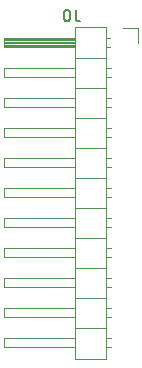
<source format=gbr>
%TF.GenerationSoftware,KiCad,Pcbnew,5.1.7-a382d34a8~87~ubuntu18.04.1*%
%TF.CreationDate,2020-11-02T19:01:26+01:00*%
%TF.ProjectId,controlled_generator_schematics,636f6e74-726f-46c6-9c65-645f67656e65,rev?*%
%TF.SameCoordinates,Original*%
%TF.FileFunction,Legend,Bot*%
%TF.FilePolarity,Positive*%
%FSLAX46Y46*%
G04 Gerber Fmt 4.6, Leading zero omitted, Abs format (unit mm)*
G04 Created by KiCad (PCBNEW 5.1.7-a382d34a8~87~ubuntu18.04.1) date 2020-11-02 19:01:26*
%MOMM*%
%LPD*%
G01*
G04 APERTURE LIST*
%ADD10C,0.120000*%
%ADD11C,0.150000*%
G04 APERTURE END LIST*
D10*
%TO.C,J0*%
X276395001Y-337775001D02*
X275125001Y-337775001D01*
X276395001Y-339045001D02*
X276395001Y-337775001D01*
X274082072Y-364825001D02*
X273685001Y-364825001D01*
X274082072Y-364065001D02*
X273685001Y-364065001D01*
X265025001Y-364825001D02*
X271025001Y-364825001D01*
X265025001Y-364065001D02*
X265025001Y-364825001D01*
X271025001Y-364065001D02*
X265025001Y-364065001D01*
X273685001Y-363175001D02*
X271025001Y-363175001D01*
X274082072Y-362285001D02*
X273685001Y-362285001D01*
X274082072Y-361525001D02*
X273685001Y-361525001D01*
X265025001Y-362285001D02*
X271025001Y-362285001D01*
X265025001Y-361525001D02*
X265025001Y-362285001D01*
X271025001Y-361525001D02*
X265025001Y-361525001D01*
X273685001Y-360635001D02*
X271025001Y-360635001D01*
X274082072Y-359745001D02*
X273685001Y-359745001D01*
X274082072Y-358985001D02*
X273685001Y-358985001D01*
X265025001Y-359745001D02*
X271025001Y-359745001D01*
X265025001Y-358985001D02*
X265025001Y-359745001D01*
X271025001Y-358985001D02*
X265025001Y-358985001D01*
X273685001Y-358095001D02*
X271025001Y-358095001D01*
X274082072Y-357205001D02*
X273685001Y-357205001D01*
X274082072Y-356445001D02*
X273685001Y-356445001D01*
X265025001Y-357205001D02*
X271025001Y-357205001D01*
X265025001Y-356445001D02*
X265025001Y-357205001D01*
X271025001Y-356445001D02*
X265025001Y-356445001D01*
X273685001Y-355555001D02*
X271025001Y-355555001D01*
X274082072Y-354665001D02*
X273685001Y-354665001D01*
X274082072Y-353905001D02*
X273685001Y-353905001D01*
X265025001Y-354665001D02*
X271025001Y-354665001D01*
X265025001Y-353905001D02*
X265025001Y-354665001D01*
X271025001Y-353905001D02*
X265025001Y-353905001D01*
X273685001Y-353015001D02*
X271025001Y-353015001D01*
X274082072Y-352125001D02*
X273685001Y-352125001D01*
X274082072Y-351365001D02*
X273685001Y-351365001D01*
X265025001Y-352125001D02*
X271025001Y-352125001D01*
X265025001Y-351365001D02*
X265025001Y-352125001D01*
X271025001Y-351365001D02*
X265025001Y-351365001D01*
X273685001Y-350475001D02*
X271025001Y-350475001D01*
X274082072Y-349585001D02*
X273685001Y-349585001D01*
X274082072Y-348825001D02*
X273685001Y-348825001D01*
X265025001Y-349585001D02*
X271025001Y-349585001D01*
X265025001Y-348825001D02*
X265025001Y-349585001D01*
X271025001Y-348825001D02*
X265025001Y-348825001D01*
X273685001Y-347935001D02*
X271025001Y-347935001D01*
X274082072Y-347045001D02*
X273685001Y-347045001D01*
X274082072Y-346285001D02*
X273685001Y-346285001D01*
X265025001Y-347045001D02*
X271025001Y-347045001D01*
X265025001Y-346285001D02*
X265025001Y-347045001D01*
X271025001Y-346285001D02*
X265025001Y-346285001D01*
X273685001Y-345395001D02*
X271025001Y-345395001D01*
X274082072Y-344505001D02*
X273685001Y-344505001D01*
X274082072Y-343745001D02*
X273685001Y-343745001D01*
X265025001Y-344505001D02*
X271025001Y-344505001D01*
X265025001Y-343745001D02*
X265025001Y-344505001D01*
X271025001Y-343745001D02*
X265025001Y-343745001D01*
X273685001Y-342855001D02*
X271025001Y-342855001D01*
X274082072Y-341965001D02*
X273685001Y-341965001D01*
X274082072Y-341205001D02*
X273685001Y-341205001D01*
X265025001Y-341965001D02*
X271025001Y-341965001D01*
X265025001Y-341205001D02*
X265025001Y-341965001D01*
X271025001Y-341205001D02*
X265025001Y-341205001D01*
X273685001Y-340315001D02*
X271025001Y-340315001D01*
X274015001Y-339425001D02*
X273685001Y-339425001D01*
X274015001Y-338665001D02*
X273685001Y-338665001D01*
X271025001Y-339325001D02*
X265025001Y-339325001D01*
X271025001Y-339205001D02*
X265025001Y-339205001D01*
X271025001Y-339085001D02*
X265025001Y-339085001D01*
X271025001Y-338965001D02*
X265025001Y-338965001D01*
X271025001Y-338845001D02*
X265025001Y-338845001D01*
X271025001Y-338725001D02*
X265025001Y-338725001D01*
X265025001Y-339425001D02*
X271025001Y-339425001D01*
X265025001Y-338665001D02*
X265025001Y-339425001D01*
X271025001Y-338665001D02*
X265025001Y-338665001D01*
X271025001Y-337715001D02*
X273685001Y-337715001D01*
X271025001Y-365775001D02*
X271025001Y-337715001D01*
X273685001Y-365775001D02*
X271025001Y-365775001D01*
X273685001Y-337715001D02*
X273685001Y-365775001D01*
D11*
X271073334Y-336227381D02*
X271073334Y-336941667D01*
X271120953Y-337084524D01*
X271216191Y-337179762D01*
X271359048Y-337227381D01*
X271454286Y-337227381D01*
X270406667Y-336227381D02*
X270311429Y-336227381D01*
X270216191Y-336275001D01*
X270168572Y-336322620D01*
X270120953Y-336417858D01*
X270073334Y-336608334D01*
X270073334Y-336846429D01*
X270120953Y-337036905D01*
X270168572Y-337132143D01*
X270216191Y-337179762D01*
X270311429Y-337227381D01*
X270406667Y-337227381D01*
X270501905Y-337179762D01*
X270549524Y-337132143D01*
X270597143Y-337036905D01*
X270644762Y-336846429D01*
X270644762Y-336608334D01*
X270597143Y-336417858D01*
X270549524Y-336322620D01*
X270501905Y-336275001D01*
X270406667Y-336227381D01*
%TD*%
M02*

</source>
